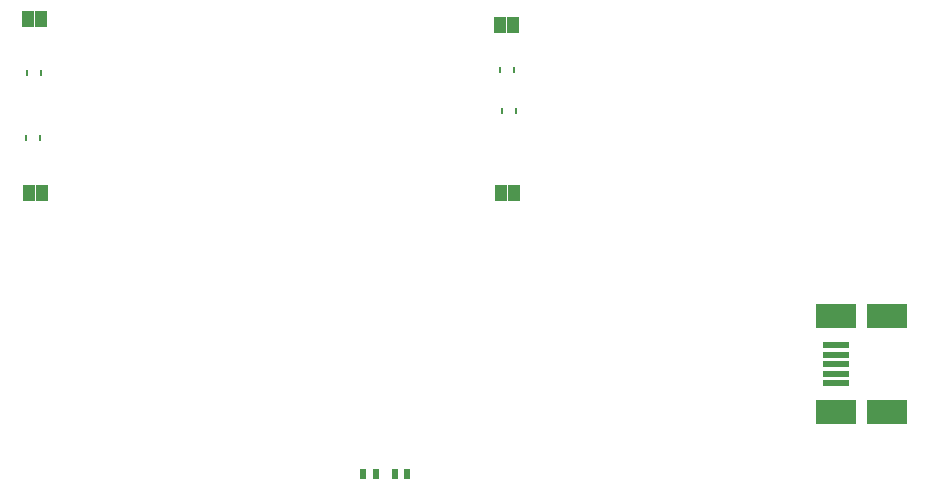
<source format=gtp>
G04*
G04 #@! TF.GenerationSoftware,Altium Limited,Altium Designer,21.0.9 (235)*
G04*
G04 Layer_Color=8421504*
%FSLAX25Y25*%
%MOIN*%
G70*
G04*
G04 #@! TF.SameCoordinates,50ADF09E-C92B-48F0-A8A5-EF6B86B84264*
G04*
G04*
G04 #@! TF.FilePolarity,Positive*
G04*
G01*
G75*
%ADD16R,0.08858X0.01968*%
%ADD17R,0.13780X0.08071*%
%ADD18R,0.01024X0.02362*%
%ADD19R,0.03937X0.05315*%
%ADD20R,0.01968X0.03543*%
D16*
X517571Y363441D02*
D03*
Y360291D02*
D03*
Y357142D02*
D03*
Y353992D02*
D03*
Y350842D02*
D03*
D17*
X534500Y341000D02*
D03*
X517571Y341000D02*
D03*
X534500Y373284D02*
D03*
X517571D02*
D03*
D18*
X406000Y441500D02*
D03*
X410724D02*
D03*
X410059Y455295D02*
D03*
X405335D02*
D03*
X252559Y454295D02*
D03*
X247835D02*
D03*
X252224Y432500D02*
D03*
X247500D02*
D03*
D19*
X405669Y414000D02*
D03*
X410000D02*
D03*
X405335Y470000D02*
D03*
X409665D02*
D03*
X252500Y472000D02*
D03*
X248169D02*
D03*
X252665Y414000D02*
D03*
X248335D02*
D03*
D20*
X364000Y320500D02*
D03*
X359866D02*
D03*
X370366D02*
D03*
X374500D02*
D03*
M02*

</source>
